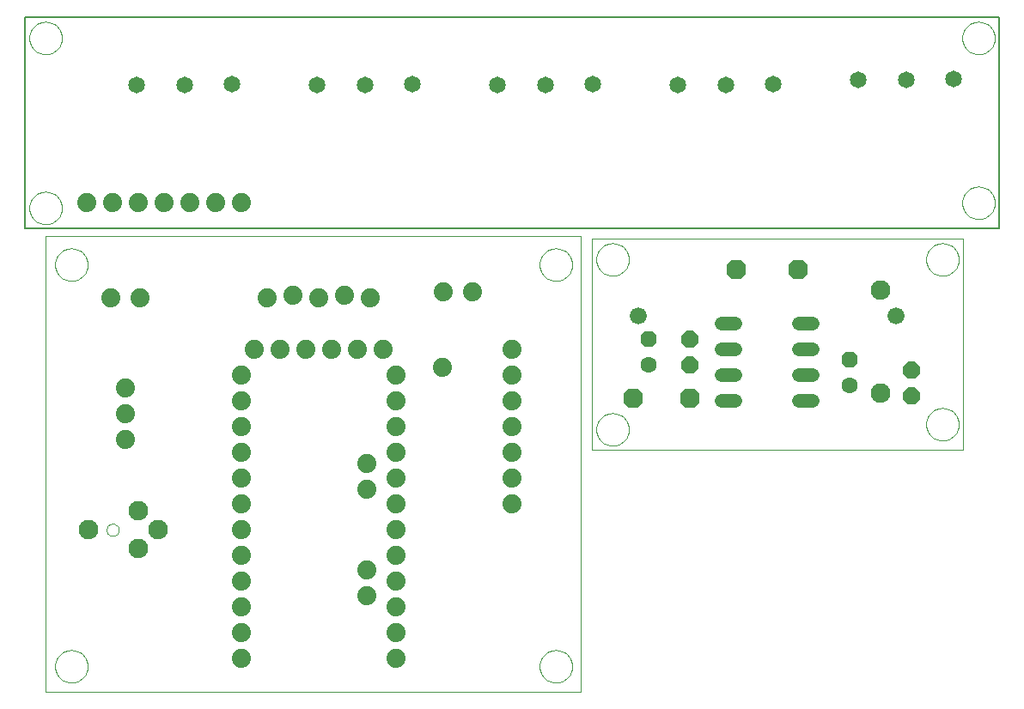
<source format=gtl>
G75*
%MOIN*%
%OFA0B0*%
%FSLAX24Y24*%
%IPPOS*%
%LPD*%
%AMOC8*
5,1,8,0,0,1.08239X$1,22.5*
%
%ADD10C,0.0000*%
%ADD11C,0.0050*%
%ADD12C,0.0010*%
%ADD13C,0.0740*%
%ADD14C,0.0760*%
%ADD15C,0.0650*%
%ADD16C,0.0520*%
%ADD17OC8,0.0660*%
%ADD18C,0.0660*%
%ADD19OC8,0.0630*%
%ADD20C,0.0630*%
%ADD21OC8,0.0760*%
D10*
X000925Y003500D02*
X000925Y021196D01*
X021695Y021196D01*
X021695Y003500D01*
X000925Y003500D01*
X001295Y004500D02*
X001297Y004550D01*
X001303Y004600D01*
X001313Y004649D01*
X001327Y004697D01*
X001344Y004744D01*
X001365Y004789D01*
X001390Y004833D01*
X001418Y004874D01*
X001450Y004913D01*
X001484Y004950D01*
X001521Y004984D01*
X001561Y005014D01*
X001603Y005041D01*
X001647Y005065D01*
X001693Y005086D01*
X001740Y005102D01*
X001788Y005115D01*
X001838Y005124D01*
X001887Y005129D01*
X001938Y005130D01*
X001988Y005127D01*
X002037Y005120D01*
X002086Y005109D01*
X002134Y005094D01*
X002180Y005076D01*
X002225Y005054D01*
X002268Y005028D01*
X002309Y004999D01*
X002348Y004967D01*
X002384Y004932D01*
X002416Y004894D01*
X002446Y004854D01*
X002473Y004811D01*
X002496Y004767D01*
X002515Y004721D01*
X002531Y004673D01*
X002543Y004624D01*
X002551Y004575D01*
X002555Y004525D01*
X002555Y004475D01*
X002551Y004425D01*
X002543Y004376D01*
X002531Y004327D01*
X002515Y004279D01*
X002496Y004233D01*
X002473Y004189D01*
X002446Y004146D01*
X002416Y004106D01*
X002384Y004068D01*
X002348Y004033D01*
X002309Y004001D01*
X002268Y003972D01*
X002225Y003946D01*
X002180Y003924D01*
X002134Y003906D01*
X002086Y003891D01*
X002037Y003880D01*
X001988Y003873D01*
X001938Y003870D01*
X001887Y003871D01*
X001838Y003876D01*
X001788Y003885D01*
X001740Y003898D01*
X001693Y003914D01*
X001647Y003935D01*
X001603Y003959D01*
X001561Y003986D01*
X001521Y004016D01*
X001484Y004050D01*
X001450Y004087D01*
X001418Y004126D01*
X001390Y004167D01*
X001365Y004211D01*
X001344Y004256D01*
X001327Y004303D01*
X001313Y004351D01*
X001303Y004400D01*
X001297Y004450D01*
X001295Y004500D01*
X003289Y009800D02*
X003291Y009830D01*
X003297Y009860D01*
X003306Y009889D01*
X003319Y009916D01*
X003336Y009941D01*
X003355Y009964D01*
X003378Y009985D01*
X003403Y010002D01*
X003429Y010016D01*
X003458Y010026D01*
X003487Y010033D01*
X003517Y010036D01*
X003548Y010035D01*
X003578Y010030D01*
X003607Y010021D01*
X003634Y010009D01*
X003660Y009994D01*
X003684Y009975D01*
X003705Y009953D01*
X003723Y009929D01*
X003738Y009902D01*
X003749Y009874D01*
X003757Y009845D01*
X003761Y009815D01*
X003761Y009785D01*
X003757Y009755D01*
X003749Y009726D01*
X003738Y009698D01*
X003723Y009671D01*
X003705Y009647D01*
X003684Y009625D01*
X003660Y009606D01*
X003634Y009591D01*
X003607Y009579D01*
X003578Y009570D01*
X003548Y009565D01*
X003517Y009564D01*
X003487Y009567D01*
X003458Y009574D01*
X003429Y009584D01*
X003403Y009598D01*
X003378Y009615D01*
X003355Y009636D01*
X003336Y009659D01*
X003319Y009684D01*
X003306Y009711D01*
X003297Y009740D01*
X003291Y009770D01*
X003289Y009800D01*
X001295Y020100D02*
X001297Y020150D01*
X001303Y020200D01*
X001313Y020249D01*
X001327Y020297D01*
X001344Y020344D01*
X001365Y020389D01*
X001390Y020433D01*
X001418Y020474D01*
X001450Y020513D01*
X001484Y020550D01*
X001521Y020584D01*
X001561Y020614D01*
X001603Y020641D01*
X001647Y020665D01*
X001693Y020686D01*
X001740Y020702D01*
X001788Y020715D01*
X001838Y020724D01*
X001887Y020729D01*
X001938Y020730D01*
X001988Y020727D01*
X002037Y020720D01*
X002086Y020709D01*
X002134Y020694D01*
X002180Y020676D01*
X002225Y020654D01*
X002268Y020628D01*
X002309Y020599D01*
X002348Y020567D01*
X002384Y020532D01*
X002416Y020494D01*
X002446Y020454D01*
X002473Y020411D01*
X002496Y020367D01*
X002515Y020321D01*
X002531Y020273D01*
X002543Y020224D01*
X002551Y020175D01*
X002555Y020125D01*
X002555Y020075D01*
X002551Y020025D01*
X002543Y019976D01*
X002531Y019927D01*
X002515Y019879D01*
X002496Y019833D01*
X002473Y019789D01*
X002446Y019746D01*
X002416Y019706D01*
X002384Y019668D01*
X002348Y019633D01*
X002309Y019601D01*
X002268Y019572D01*
X002225Y019546D01*
X002180Y019524D01*
X002134Y019506D01*
X002086Y019491D01*
X002037Y019480D01*
X001988Y019473D01*
X001938Y019470D01*
X001887Y019471D01*
X001838Y019476D01*
X001788Y019485D01*
X001740Y019498D01*
X001693Y019514D01*
X001647Y019535D01*
X001603Y019559D01*
X001561Y019586D01*
X001521Y019616D01*
X001484Y019650D01*
X001450Y019687D01*
X001418Y019726D01*
X001390Y019767D01*
X001365Y019811D01*
X001344Y019856D01*
X001327Y019903D01*
X001313Y019951D01*
X001303Y020000D01*
X001297Y020050D01*
X001295Y020100D01*
X000295Y022300D02*
X000297Y022350D01*
X000303Y022400D01*
X000313Y022449D01*
X000327Y022497D01*
X000344Y022544D01*
X000365Y022589D01*
X000390Y022633D01*
X000418Y022674D01*
X000450Y022713D01*
X000484Y022750D01*
X000521Y022784D01*
X000561Y022814D01*
X000603Y022841D01*
X000647Y022865D01*
X000693Y022886D01*
X000740Y022902D01*
X000788Y022915D01*
X000838Y022924D01*
X000887Y022929D01*
X000938Y022930D01*
X000988Y022927D01*
X001037Y022920D01*
X001086Y022909D01*
X001134Y022894D01*
X001180Y022876D01*
X001225Y022854D01*
X001268Y022828D01*
X001309Y022799D01*
X001348Y022767D01*
X001384Y022732D01*
X001416Y022694D01*
X001446Y022654D01*
X001473Y022611D01*
X001496Y022567D01*
X001515Y022521D01*
X001531Y022473D01*
X001543Y022424D01*
X001551Y022375D01*
X001555Y022325D01*
X001555Y022275D01*
X001551Y022225D01*
X001543Y022176D01*
X001531Y022127D01*
X001515Y022079D01*
X001496Y022033D01*
X001473Y021989D01*
X001446Y021946D01*
X001416Y021906D01*
X001384Y021868D01*
X001348Y021833D01*
X001309Y021801D01*
X001268Y021772D01*
X001225Y021746D01*
X001180Y021724D01*
X001134Y021706D01*
X001086Y021691D01*
X001037Y021680D01*
X000988Y021673D01*
X000938Y021670D01*
X000887Y021671D01*
X000838Y021676D01*
X000788Y021685D01*
X000740Y021698D01*
X000693Y021714D01*
X000647Y021735D01*
X000603Y021759D01*
X000561Y021786D01*
X000521Y021816D01*
X000484Y021850D01*
X000450Y021887D01*
X000418Y021926D01*
X000390Y021967D01*
X000365Y022011D01*
X000344Y022056D01*
X000327Y022103D01*
X000313Y022151D01*
X000303Y022200D01*
X000297Y022250D01*
X000295Y022300D01*
X000295Y028900D02*
X000297Y028950D01*
X000303Y029000D01*
X000313Y029049D01*
X000327Y029097D01*
X000344Y029144D01*
X000365Y029189D01*
X000390Y029233D01*
X000418Y029274D01*
X000450Y029313D01*
X000484Y029350D01*
X000521Y029384D01*
X000561Y029414D01*
X000603Y029441D01*
X000647Y029465D01*
X000693Y029486D01*
X000740Y029502D01*
X000788Y029515D01*
X000838Y029524D01*
X000887Y029529D01*
X000938Y029530D01*
X000988Y029527D01*
X001037Y029520D01*
X001086Y029509D01*
X001134Y029494D01*
X001180Y029476D01*
X001225Y029454D01*
X001268Y029428D01*
X001309Y029399D01*
X001348Y029367D01*
X001384Y029332D01*
X001416Y029294D01*
X001446Y029254D01*
X001473Y029211D01*
X001496Y029167D01*
X001515Y029121D01*
X001531Y029073D01*
X001543Y029024D01*
X001551Y028975D01*
X001555Y028925D01*
X001555Y028875D01*
X001551Y028825D01*
X001543Y028776D01*
X001531Y028727D01*
X001515Y028679D01*
X001496Y028633D01*
X001473Y028589D01*
X001446Y028546D01*
X001416Y028506D01*
X001384Y028468D01*
X001348Y028433D01*
X001309Y028401D01*
X001268Y028372D01*
X001225Y028346D01*
X001180Y028324D01*
X001134Y028306D01*
X001086Y028291D01*
X001037Y028280D01*
X000988Y028273D01*
X000938Y028270D01*
X000887Y028271D01*
X000838Y028276D01*
X000788Y028285D01*
X000740Y028298D01*
X000693Y028314D01*
X000647Y028335D01*
X000603Y028359D01*
X000561Y028386D01*
X000521Y028416D01*
X000484Y028450D01*
X000450Y028487D01*
X000418Y028526D01*
X000390Y028567D01*
X000365Y028611D01*
X000344Y028656D01*
X000327Y028703D01*
X000313Y028751D01*
X000303Y028800D01*
X000297Y028850D01*
X000295Y028900D01*
X020095Y020100D02*
X020097Y020150D01*
X020103Y020200D01*
X020113Y020249D01*
X020127Y020297D01*
X020144Y020344D01*
X020165Y020389D01*
X020190Y020433D01*
X020218Y020474D01*
X020250Y020513D01*
X020284Y020550D01*
X020321Y020584D01*
X020361Y020614D01*
X020403Y020641D01*
X020447Y020665D01*
X020493Y020686D01*
X020540Y020702D01*
X020588Y020715D01*
X020638Y020724D01*
X020687Y020729D01*
X020738Y020730D01*
X020788Y020727D01*
X020837Y020720D01*
X020886Y020709D01*
X020934Y020694D01*
X020980Y020676D01*
X021025Y020654D01*
X021068Y020628D01*
X021109Y020599D01*
X021148Y020567D01*
X021184Y020532D01*
X021216Y020494D01*
X021246Y020454D01*
X021273Y020411D01*
X021296Y020367D01*
X021315Y020321D01*
X021331Y020273D01*
X021343Y020224D01*
X021351Y020175D01*
X021355Y020125D01*
X021355Y020075D01*
X021351Y020025D01*
X021343Y019976D01*
X021331Y019927D01*
X021315Y019879D01*
X021296Y019833D01*
X021273Y019789D01*
X021246Y019746D01*
X021216Y019706D01*
X021184Y019668D01*
X021148Y019633D01*
X021109Y019601D01*
X021068Y019572D01*
X021025Y019546D01*
X020980Y019524D01*
X020934Y019506D01*
X020886Y019491D01*
X020837Y019480D01*
X020788Y019473D01*
X020738Y019470D01*
X020687Y019471D01*
X020638Y019476D01*
X020588Y019485D01*
X020540Y019498D01*
X020493Y019514D01*
X020447Y019535D01*
X020403Y019559D01*
X020361Y019586D01*
X020321Y019616D01*
X020284Y019650D01*
X020250Y019687D01*
X020218Y019726D01*
X020190Y019767D01*
X020165Y019811D01*
X020144Y019856D01*
X020127Y019903D01*
X020113Y019951D01*
X020103Y020000D01*
X020097Y020050D01*
X020095Y020100D01*
X022295Y020300D02*
X022297Y020350D01*
X022303Y020400D01*
X022313Y020449D01*
X022327Y020497D01*
X022344Y020544D01*
X022365Y020589D01*
X022390Y020633D01*
X022418Y020674D01*
X022450Y020713D01*
X022484Y020750D01*
X022521Y020784D01*
X022561Y020814D01*
X022603Y020841D01*
X022647Y020865D01*
X022693Y020886D01*
X022740Y020902D01*
X022788Y020915D01*
X022838Y020924D01*
X022887Y020929D01*
X022938Y020930D01*
X022988Y020927D01*
X023037Y020920D01*
X023086Y020909D01*
X023134Y020894D01*
X023180Y020876D01*
X023225Y020854D01*
X023268Y020828D01*
X023309Y020799D01*
X023348Y020767D01*
X023384Y020732D01*
X023416Y020694D01*
X023446Y020654D01*
X023473Y020611D01*
X023496Y020567D01*
X023515Y020521D01*
X023531Y020473D01*
X023543Y020424D01*
X023551Y020375D01*
X023555Y020325D01*
X023555Y020275D01*
X023551Y020225D01*
X023543Y020176D01*
X023531Y020127D01*
X023515Y020079D01*
X023496Y020033D01*
X023473Y019989D01*
X023446Y019946D01*
X023416Y019906D01*
X023384Y019868D01*
X023348Y019833D01*
X023309Y019801D01*
X023268Y019772D01*
X023225Y019746D01*
X023180Y019724D01*
X023134Y019706D01*
X023086Y019691D01*
X023037Y019680D01*
X022988Y019673D01*
X022938Y019670D01*
X022887Y019671D01*
X022838Y019676D01*
X022788Y019685D01*
X022740Y019698D01*
X022693Y019714D01*
X022647Y019735D01*
X022603Y019759D01*
X022561Y019786D01*
X022521Y019816D01*
X022484Y019850D01*
X022450Y019887D01*
X022418Y019926D01*
X022390Y019967D01*
X022365Y020011D01*
X022344Y020056D01*
X022327Y020103D01*
X022313Y020151D01*
X022303Y020200D01*
X022297Y020250D01*
X022295Y020300D01*
X022295Y013700D02*
X022297Y013750D01*
X022303Y013800D01*
X022313Y013849D01*
X022327Y013897D01*
X022344Y013944D01*
X022365Y013989D01*
X022390Y014033D01*
X022418Y014074D01*
X022450Y014113D01*
X022484Y014150D01*
X022521Y014184D01*
X022561Y014214D01*
X022603Y014241D01*
X022647Y014265D01*
X022693Y014286D01*
X022740Y014302D01*
X022788Y014315D01*
X022838Y014324D01*
X022887Y014329D01*
X022938Y014330D01*
X022988Y014327D01*
X023037Y014320D01*
X023086Y014309D01*
X023134Y014294D01*
X023180Y014276D01*
X023225Y014254D01*
X023268Y014228D01*
X023309Y014199D01*
X023348Y014167D01*
X023384Y014132D01*
X023416Y014094D01*
X023446Y014054D01*
X023473Y014011D01*
X023496Y013967D01*
X023515Y013921D01*
X023531Y013873D01*
X023543Y013824D01*
X023551Y013775D01*
X023555Y013725D01*
X023555Y013675D01*
X023551Y013625D01*
X023543Y013576D01*
X023531Y013527D01*
X023515Y013479D01*
X023496Y013433D01*
X023473Y013389D01*
X023446Y013346D01*
X023416Y013306D01*
X023384Y013268D01*
X023348Y013233D01*
X023309Y013201D01*
X023268Y013172D01*
X023225Y013146D01*
X023180Y013124D01*
X023134Y013106D01*
X023086Y013091D01*
X023037Y013080D01*
X022988Y013073D01*
X022938Y013070D01*
X022887Y013071D01*
X022838Y013076D01*
X022788Y013085D01*
X022740Y013098D01*
X022693Y013114D01*
X022647Y013135D01*
X022603Y013159D01*
X022561Y013186D01*
X022521Y013216D01*
X022484Y013250D01*
X022450Y013287D01*
X022418Y013326D01*
X022390Y013367D01*
X022365Y013411D01*
X022344Y013456D01*
X022327Y013503D01*
X022313Y013551D01*
X022303Y013600D01*
X022297Y013650D01*
X022295Y013700D01*
X020095Y004500D02*
X020097Y004550D01*
X020103Y004600D01*
X020113Y004649D01*
X020127Y004697D01*
X020144Y004744D01*
X020165Y004789D01*
X020190Y004833D01*
X020218Y004874D01*
X020250Y004913D01*
X020284Y004950D01*
X020321Y004984D01*
X020361Y005014D01*
X020403Y005041D01*
X020447Y005065D01*
X020493Y005086D01*
X020540Y005102D01*
X020588Y005115D01*
X020638Y005124D01*
X020687Y005129D01*
X020738Y005130D01*
X020788Y005127D01*
X020837Y005120D01*
X020886Y005109D01*
X020934Y005094D01*
X020980Y005076D01*
X021025Y005054D01*
X021068Y005028D01*
X021109Y004999D01*
X021148Y004967D01*
X021184Y004932D01*
X021216Y004894D01*
X021246Y004854D01*
X021273Y004811D01*
X021296Y004767D01*
X021315Y004721D01*
X021331Y004673D01*
X021343Y004624D01*
X021351Y004575D01*
X021355Y004525D01*
X021355Y004475D01*
X021351Y004425D01*
X021343Y004376D01*
X021331Y004327D01*
X021315Y004279D01*
X021296Y004233D01*
X021273Y004189D01*
X021246Y004146D01*
X021216Y004106D01*
X021184Y004068D01*
X021148Y004033D01*
X021109Y004001D01*
X021068Y003972D01*
X021025Y003946D01*
X020980Y003924D01*
X020934Y003906D01*
X020886Y003891D01*
X020837Y003880D01*
X020788Y003873D01*
X020738Y003870D01*
X020687Y003871D01*
X020638Y003876D01*
X020588Y003885D01*
X020540Y003898D01*
X020493Y003914D01*
X020447Y003935D01*
X020403Y003959D01*
X020361Y003986D01*
X020321Y004016D01*
X020284Y004050D01*
X020250Y004087D01*
X020218Y004126D01*
X020190Y004167D01*
X020165Y004211D01*
X020144Y004256D01*
X020127Y004303D01*
X020113Y004351D01*
X020103Y004400D01*
X020097Y004450D01*
X020095Y004500D01*
X035095Y013900D02*
X035097Y013950D01*
X035103Y014000D01*
X035113Y014049D01*
X035127Y014097D01*
X035144Y014144D01*
X035165Y014189D01*
X035190Y014233D01*
X035218Y014274D01*
X035250Y014313D01*
X035284Y014350D01*
X035321Y014384D01*
X035361Y014414D01*
X035403Y014441D01*
X035447Y014465D01*
X035493Y014486D01*
X035540Y014502D01*
X035588Y014515D01*
X035638Y014524D01*
X035687Y014529D01*
X035738Y014530D01*
X035788Y014527D01*
X035837Y014520D01*
X035886Y014509D01*
X035934Y014494D01*
X035980Y014476D01*
X036025Y014454D01*
X036068Y014428D01*
X036109Y014399D01*
X036148Y014367D01*
X036184Y014332D01*
X036216Y014294D01*
X036246Y014254D01*
X036273Y014211D01*
X036296Y014167D01*
X036315Y014121D01*
X036331Y014073D01*
X036343Y014024D01*
X036351Y013975D01*
X036355Y013925D01*
X036355Y013875D01*
X036351Y013825D01*
X036343Y013776D01*
X036331Y013727D01*
X036315Y013679D01*
X036296Y013633D01*
X036273Y013589D01*
X036246Y013546D01*
X036216Y013506D01*
X036184Y013468D01*
X036148Y013433D01*
X036109Y013401D01*
X036068Y013372D01*
X036025Y013346D01*
X035980Y013324D01*
X035934Y013306D01*
X035886Y013291D01*
X035837Y013280D01*
X035788Y013273D01*
X035738Y013270D01*
X035687Y013271D01*
X035638Y013276D01*
X035588Y013285D01*
X035540Y013298D01*
X035493Y013314D01*
X035447Y013335D01*
X035403Y013359D01*
X035361Y013386D01*
X035321Y013416D01*
X035284Y013450D01*
X035250Y013487D01*
X035218Y013526D01*
X035190Y013567D01*
X035165Y013611D01*
X035144Y013656D01*
X035127Y013703D01*
X035113Y013751D01*
X035103Y013800D01*
X035097Y013850D01*
X035095Y013900D01*
X035095Y020300D02*
X035097Y020350D01*
X035103Y020400D01*
X035113Y020449D01*
X035127Y020497D01*
X035144Y020544D01*
X035165Y020589D01*
X035190Y020633D01*
X035218Y020674D01*
X035250Y020713D01*
X035284Y020750D01*
X035321Y020784D01*
X035361Y020814D01*
X035403Y020841D01*
X035447Y020865D01*
X035493Y020886D01*
X035540Y020902D01*
X035588Y020915D01*
X035638Y020924D01*
X035687Y020929D01*
X035738Y020930D01*
X035788Y020927D01*
X035837Y020920D01*
X035886Y020909D01*
X035934Y020894D01*
X035980Y020876D01*
X036025Y020854D01*
X036068Y020828D01*
X036109Y020799D01*
X036148Y020767D01*
X036184Y020732D01*
X036216Y020694D01*
X036246Y020654D01*
X036273Y020611D01*
X036296Y020567D01*
X036315Y020521D01*
X036331Y020473D01*
X036343Y020424D01*
X036351Y020375D01*
X036355Y020325D01*
X036355Y020275D01*
X036351Y020225D01*
X036343Y020176D01*
X036331Y020127D01*
X036315Y020079D01*
X036296Y020033D01*
X036273Y019989D01*
X036246Y019946D01*
X036216Y019906D01*
X036184Y019868D01*
X036148Y019833D01*
X036109Y019801D01*
X036068Y019772D01*
X036025Y019746D01*
X035980Y019724D01*
X035934Y019706D01*
X035886Y019691D01*
X035837Y019680D01*
X035788Y019673D01*
X035738Y019670D01*
X035687Y019671D01*
X035638Y019676D01*
X035588Y019685D01*
X035540Y019698D01*
X035493Y019714D01*
X035447Y019735D01*
X035403Y019759D01*
X035361Y019786D01*
X035321Y019816D01*
X035284Y019850D01*
X035250Y019887D01*
X035218Y019926D01*
X035190Y019967D01*
X035165Y020011D01*
X035144Y020056D01*
X035127Y020103D01*
X035113Y020151D01*
X035103Y020200D01*
X035097Y020250D01*
X035095Y020300D01*
X036495Y022500D02*
X036497Y022550D01*
X036503Y022600D01*
X036513Y022649D01*
X036527Y022697D01*
X036544Y022744D01*
X036565Y022789D01*
X036590Y022833D01*
X036618Y022874D01*
X036650Y022913D01*
X036684Y022950D01*
X036721Y022984D01*
X036761Y023014D01*
X036803Y023041D01*
X036847Y023065D01*
X036893Y023086D01*
X036940Y023102D01*
X036988Y023115D01*
X037038Y023124D01*
X037087Y023129D01*
X037138Y023130D01*
X037188Y023127D01*
X037237Y023120D01*
X037286Y023109D01*
X037334Y023094D01*
X037380Y023076D01*
X037425Y023054D01*
X037468Y023028D01*
X037509Y022999D01*
X037548Y022967D01*
X037584Y022932D01*
X037616Y022894D01*
X037646Y022854D01*
X037673Y022811D01*
X037696Y022767D01*
X037715Y022721D01*
X037731Y022673D01*
X037743Y022624D01*
X037751Y022575D01*
X037755Y022525D01*
X037755Y022475D01*
X037751Y022425D01*
X037743Y022376D01*
X037731Y022327D01*
X037715Y022279D01*
X037696Y022233D01*
X037673Y022189D01*
X037646Y022146D01*
X037616Y022106D01*
X037584Y022068D01*
X037548Y022033D01*
X037509Y022001D01*
X037468Y021972D01*
X037425Y021946D01*
X037380Y021924D01*
X037334Y021906D01*
X037286Y021891D01*
X037237Y021880D01*
X037188Y021873D01*
X037138Y021870D01*
X037087Y021871D01*
X037038Y021876D01*
X036988Y021885D01*
X036940Y021898D01*
X036893Y021914D01*
X036847Y021935D01*
X036803Y021959D01*
X036761Y021986D01*
X036721Y022016D01*
X036684Y022050D01*
X036650Y022087D01*
X036618Y022126D01*
X036590Y022167D01*
X036565Y022211D01*
X036544Y022256D01*
X036527Y022303D01*
X036513Y022351D01*
X036503Y022400D01*
X036497Y022450D01*
X036495Y022500D01*
X036495Y028900D02*
X036497Y028950D01*
X036503Y029000D01*
X036513Y029049D01*
X036527Y029097D01*
X036544Y029144D01*
X036565Y029189D01*
X036590Y029233D01*
X036618Y029274D01*
X036650Y029313D01*
X036684Y029350D01*
X036721Y029384D01*
X036761Y029414D01*
X036803Y029441D01*
X036847Y029465D01*
X036893Y029486D01*
X036940Y029502D01*
X036988Y029515D01*
X037038Y029524D01*
X037087Y029529D01*
X037138Y029530D01*
X037188Y029527D01*
X037237Y029520D01*
X037286Y029509D01*
X037334Y029494D01*
X037380Y029476D01*
X037425Y029454D01*
X037468Y029428D01*
X037509Y029399D01*
X037548Y029367D01*
X037584Y029332D01*
X037616Y029294D01*
X037646Y029254D01*
X037673Y029211D01*
X037696Y029167D01*
X037715Y029121D01*
X037731Y029073D01*
X037743Y029024D01*
X037751Y028975D01*
X037755Y028925D01*
X037755Y028875D01*
X037751Y028825D01*
X037743Y028776D01*
X037731Y028727D01*
X037715Y028679D01*
X037696Y028633D01*
X037673Y028589D01*
X037646Y028546D01*
X037616Y028506D01*
X037584Y028468D01*
X037548Y028433D01*
X037509Y028401D01*
X037468Y028372D01*
X037425Y028346D01*
X037380Y028324D01*
X037334Y028306D01*
X037286Y028291D01*
X037237Y028280D01*
X037188Y028273D01*
X037138Y028270D01*
X037087Y028271D01*
X037038Y028276D01*
X036988Y028285D01*
X036940Y028298D01*
X036893Y028314D01*
X036847Y028335D01*
X036803Y028359D01*
X036761Y028386D01*
X036721Y028416D01*
X036684Y028450D01*
X036650Y028487D01*
X036618Y028526D01*
X036590Y028567D01*
X036565Y028611D01*
X036544Y028656D01*
X036527Y028703D01*
X036513Y028751D01*
X036503Y028800D01*
X036497Y028850D01*
X036495Y028900D01*
D11*
X037925Y029700D02*
X037925Y021500D01*
X000125Y021500D01*
X000125Y029700D01*
X037925Y029700D01*
D12*
X036525Y021100D02*
X022125Y021100D01*
X022125Y012900D01*
X036525Y012900D01*
X036525Y021100D01*
D13*
X019025Y016800D03*
X019025Y015800D03*
X019025Y014800D03*
X019025Y013800D03*
X019025Y012800D03*
X019025Y011800D03*
X019025Y010800D03*
X014525Y010800D03*
X014525Y011800D03*
X013400Y011363D03*
X013400Y012363D03*
X014525Y012800D03*
X014525Y013800D03*
X014525Y014800D03*
X014525Y015800D03*
X014025Y016800D03*
X013025Y016800D03*
X012025Y016800D03*
X011025Y016800D03*
X010025Y016800D03*
X009025Y016800D03*
X008525Y015800D03*
X008525Y014800D03*
X008525Y013800D03*
X008525Y012800D03*
X008525Y011800D03*
X008525Y010800D03*
X008525Y009800D03*
X008525Y008800D03*
X008525Y007800D03*
X008525Y006800D03*
X008525Y005800D03*
X008525Y004800D03*
X013400Y007238D03*
X014525Y006800D03*
X014525Y005800D03*
X014525Y004800D03*
X014525Y007800D03*
X014525Y008800D03*
X013400Y008238D03*
X014525Y009800D03*
X016325Y016100D03*
X013525Y018800D03*
X012525Y018900D03*
X011525Y018800D03*
X010525Y018900D03*
X009525Y018800D03*
X008525Y022500D03*
X007525Y022500D03*
X006525Y022500D03*
X005525Y022500D03*
X004525Y022500D03*
X003525Y022500D03*
X002525Y022500D03*
X003455Y018800D03*
X004595Y018800D03*
X004025Y015300D03*
X004025Y014300D03*
X004025Y013300D03*
X016355Y019050D03*
X017495Y019050D03*
D14*
X005297Y009800D03*
X004509Y009072D03*
X004509Y010528D03*
X002580Y009800D03*
X033325Y015100D03*
X033325Y019100D03*
D15*
X032463Y027292D03*
X034325Y027292D03*
X036164Y027296D03*
X029164Y027096D03*
X027325Y027092D03*
X025463Y027092D03*
X022164Y027096D03*
X020325Y027092D03*
X018463Y027092D03*
X015164Y027096D03*
X013325Y027092D03*
X011463Y027092D03*
X008164Y027096D03*
X006325Y027092D03*
X004463Y027092D03*
D16*
X027165Y017800D02*
X027685Y017800D01*
X027685Y016800D02*
X027165Y016800D01*
X027165Y015800D02*
X027685Y015800D01*
X027685Y014800D02*
X027165Y014800D01*
X030165Y014800D02*
X030685Y014800D01*
X030685Y015800D02*
X030165Y015800D01*
X030165Y016800D02*
X030685Y016800D01*
X030685Y017800D02*
X030165Y017800D01*
D17*
X025925Y017200D03*
X025925Y016200D03*
X034525Y016000D03*
X034525Y015000D03*
D18*
X033925Y018100D03*
X023925Y018100D03*
D19*
X024325Y017200D03*
X032125Y016400D03*
D20*
X032125Y015400D03*
X024325Y016200D03*
D21*
X023725Y014900D03*
X025925Y014900D03*
X027725Y019900D03*
X030125Y019900D03*
M02*

</source>
